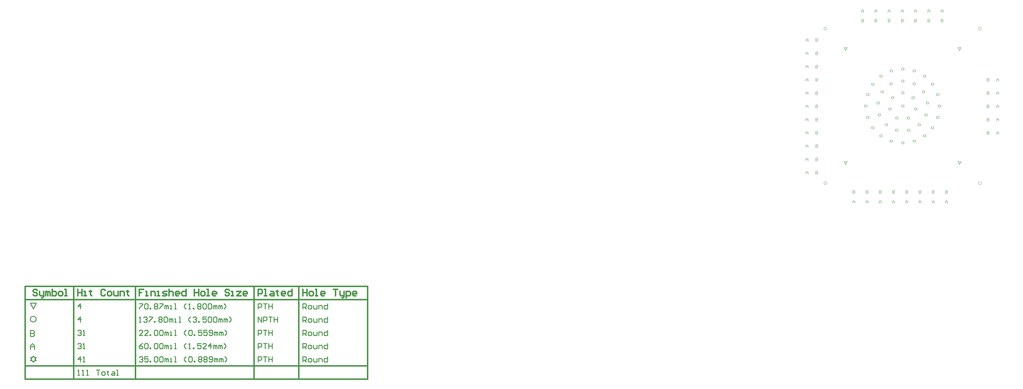
<source format=gbr>
G04 Layer_Color=2752767*
%FSLAX26Y26*%
%MOIN*%
%TF.FileFunction,Drawing*%
%TF.Part,Single*%
G01*
G75*
%TA.AperFunction,NonConductor*%
%ADD16C,0.010000*%
%ADD25C,0.015000*%
%ADD32C,0.016000*%
%ADD71C,0.003333*%
D16*
X-9816042Y-2414167D02*
G03*
X-9816042Y-2414167I-33333J0D01*
G01*
X-9849375Y-2297500D02*
X-9816042Y-2230833D01*
X-9882708D02*
X-9816042D01*
X-9882708D02*
X-9849375Y-2297500D01*
X-9866042Y-2880833D02*
X-9849375Y-2897500D01*
X-9882708Y-2880833D02*
X-9866042D01*
X-9882708D02*
X-9866042Y-2864167D01*
X-9882708Y-2847500D02*
X-9866042Y-2864167D01*
X-9882708Y-2847500D02*
X-9866042D01*
X-9849375Y-2830833D01*
X-9832708Y-2847500D01*
X-9816042D01*
X-9832708Y-2864167D02*
X-9816042Y-2847500D01*
X-9832708Y-2864167D02*
X-9816042Y-2880833D01*
X-9832708D02*
X-9816042D01*
X-9849375Y-2897500D02*
X-9832708Y-2880833D01*
X-6797331Y-2297500D02*
Y-2237519D01*
X-6767341D01*
X-6757344Y-2247516D01*
Y-2267510D01*
X-6767341Y-2277506D01*
X-6797331D01*
X-6777337D02*
X-6757344Y-2297500D01*
X-6727354D02*
X-6707360D01*
X-6697363Y-2287503D01*
Y-2267510D01*
X-6707360Y-2257513D01*
X-6727354D01*
X-6737350Y-2267510D01*
Y-2287503D01*
X-6727354Y-2297500D01*
X-6677370Y-2257513D02*
Y-2287503D01*
X-6667373Y-2297500D01*
X-6637383D01*
Y-2257513D01*
X-6617389Y-2297500D02*
Y-2257513D01*
X-6587399D01*
X-6577402Y-2267510D01*
Y-2297500D01*
X-6517421Y-2237519D02*
Y-2297500D01*
X-6547412D01*
X-6557408Y-2287503D01*
Y-2267510D01*
X-6547412Y-2257513D01*
X-6517421D01*
X-6797331Y-2447500D02*
Y-2387519D01*
X-6767341D01*
X-6757344Y-2397516D01*
Y-2417510D01*
X-6767341Y-2427506D01*
X-6797331D01*
X-6777337D02*
X-6757344Y-2447500D01*
X-6727354D02*
X-6707360D01*
X-6697363Y-2437503D01*
Y-2417510D01*
X-6707360Y-2407513D01*
X-6727354D01*
X-6737350Y-2417510D01*
Y-2437503D01*
X-6727354Y-2447500D01*
X-6677370Y-2407513D02*
Y-2437503D01*
X-6667373Y-2447500D01*
X-6637383D01*
Y-2407513D01*
X-6617389Y-2447500D02*
Y-2407513D01*
X-6587399D01*
X-6577402Y-2417510D01*
Y-2447500D01*
X-6517421Y-2387519D02*
Y-2447500D01*
X-6547412D01*
X-6557408Y-2437503D01*
Y-2417510D01*
X-6547412Y-2407513D01*
X-6517421D01*
X-6797331Y-2597500D02*
Y-2537519D01*
X-6767341D01*
X-6757344Y-2547516D01*
Y-2567510D01*
X-6767341Y-2577506D01*
X-6797331D01*
X-6777337D02*
X-6757344Y-2597500D01*
X-6727354D02*
X-6707360D01*
X-6697363Y-2587503D01*
Y-2567510D01*
X-6707360Y-2557513D01*
X-6727354D01*
X-6737350Y-2567510D01*
Y-2587503D01*
X-6727354Y-2597500D01*
X-6677370Y-2557513D02*
Y-2587503D01*
X-6667373Y-2597500D01*
X-6637383D01*
Y-2557513D01*
X-6617389Y-2597500D02*
Y-2557513D01*
X-6587399D01*
X-6577402Y-2567510D01*
Y-2597500D01*
X-6517421Y-2537519D02*
Y-2597500D01*
X-6547412D01*
X-6557408Y-2587503D01*
Y-2567510D01*
X-6547412Y-2557513D01*
X-6517421D01*
X-6797331Y-2747500D02*
Y-2687519D01*
X-6767341D01*
X-6757344Y-2697516D01*
Y-2717510D01*
X-6767341Y-2727506D01*
X-6797331D01*
X-6777337D02*
X-6757344Y-2747500D01*
X-6727354D02*
X-6707360D01*
X-6697363Y-2737503D01*
Y-2717510D01*
X-6707360Y-2707513D01*
X-6727354D01*
X-6737350Y-2717510D01*
Y-2737503D01*
X-6727354Y-2747500D01*
X-6677370Y-2707513D02*
Y-2737503D01*
X-6667373Y-2747500D01*
X-6637383D01*
Y-2707513D01*
X-6617389Y-2747500D02*
Y-2707513D01*
X-6587399D01*
X-6577402Y-2717510D01*
Y-2747500D01*
X-6517421Y-2687519D02*
Y-2747500D01*
X-6547412D01*
X-6557408Y-2737503D01*
Y-2717510D01*
X-6547412Y-2707513D01*
X-6517421D01*
X-6797331Y-2897500D02*
Y-2837519D01*
X-6767341D01*
X-6757344Y-2847516D01*
Y-2867510D01*
X-6767341Y-2877506D01*
X-6797331D01*
X-6777337D02*
X-6757344Y-2897500D01*
X-6727354D02*
X-6707360D01*
X-6697363Y-2887503D01*
Y-2867510D01*
X-6707360Y-2857513D01*
X-6727354D01*
X-6737350Y-2867510D01*
Y-2887503D01*
X-6727354Y-2897500D01*
X-6677370Y-2857513D02*
Y-2887503D01*
X-6667373Y-2897500D01*
X-6637383D01*
Y-2857513D01*
X-6617389Y-2897500D02*
Y-2857513D01*
X-6587399D01*
X-6577402Y-2867510D01*
Y-2897500D01*
X-6517421Y-2837519D02*
Y-2897500D01*
X-6547412D01*
X-6557408Y-2887503D01*
Y-2867510D01*
X-6547412Y-2857513D01*
X-6517421D01*
X-7303207Y-2297500D02*
Y-2237519D01*
X-7273216D01*
X-7263220Y-2247516D01*
Y-2267510D01*
X-7273216Y-2277506D01*
X-7303207D01*
X-7243226Y-2237519D02*
X-7203239D01*
X-7223233D01*
Y-2297500D01*
X-7183245Y-2237519D02*
Y-2297500D01*
Y-2267510D01*
X-7143258D01*
Y-2237519D01*
Y-2297500D01*
X-7303207Y-2447500D02*
Y-2387519D01*
X-7263220Y-2447500D01*
Y-2387519D01*
X-7243226Y-2447500D02*
Y-2387519D01*
X-7213236D01*
X-7203239Y-2397516D01*
Y-2417510D01*
X-7213236Y-2427506D01*
X-7243226D01*
X-7183245Y-2387519D02*
X-7143258D01*
X-7163252D01*
Y-2447500D01*
X-7123265Y-2387519D02*
Y-2447500D01*
Y-2417510D01*
X-7083278D01*
Y-2387519D01*
Y-2447500D01*
X-7303207Y-2597500D02*
Y-2537519D01*
X-7273216D01*
X-7263220Y-2547516D01*
Y-2567510D01*
X-7273216Y-2577506D01*
X-7303207D01*
X-7243226Y-2537519D02*
X-7203239D01*
X-7223233D01*
Y-2597500D01*
X-7183245Y-2537519D02*
Y-2597500D01*
Y-2567510D01*
X-7143258D01*
Y-2537519D01*
Y-2597500D01*
X-7303207Y-2747500D02*
Y-2687519D01*
X-7273216D01*
X-7263220Y-2697516D01*
Y-2717510D01*
X-7273216Y-2727506D01*
X-7303207D01*
X-7243226Y-2687519D02*
X-7203239D01*
X-7223233D01*
Y-2747500D01*
X-7183245Y-2687519D02*
Y-2747500D01*
Y-2717510D01*
X-7143258D01*
Y-2687519D01*
Y-2747500D01*
X-7303207Y-2897500D02*
Y-2837519D01*
X-7273216D01*
X-7263220Y-2847516D01*
Y-2867510D01*
X-7273216Y-2877506D01*
X-7303207D01*
X-7243226Y-2837519D02*
X-7203239D01*
X-7223233D01*
Y-2897500D01*
X-7183245Y-2837519D02*
Y-2897500D01*
Y-2867510D01*
X-7143258D01*
Y-2837519D01*
Y-2897500D01*
X-8648811Y-2237519D02*
X-8608824D01*
Y-2247516D01*
X-8648811Y-2287503D01*
Y-2297500D01*
X-8588830Y-2247516D02*
X-8578833Y-2237519D01*
X-8558840D01*
X-8548843Y-2247516D01*
Y-2287503D01*
X-8558840Y-2297500D01*
X-8578833D01*
X-8588830Y-2287503D01*
Y-2247516D01*
X-8528850Y-2297500D02*
Y-2287503D01*
X-8518853D01*
Y-2297500D01*
X-8528850D01*
X-8478866Y-2247516D02*
X-8468869Y-2237519D01*
X-8448875D01*
X-8438879Y-2247516D01*
Y-2257513D01*
X-8448875Y-2267510D01*
X-8438879Y-2277506D01*
Y-2287503D01*
X-8448875Y-2297500D01*
X-8468869D01*
X-8478866Y-2287503D01*
Y-2277506D01*
X-8468869Y-2267510D01*
X-8478866Y-2257513D01*
Y-2247516D01*
X-8468869Y-2267510D02*
X-8448875D01*
X-8418885Y-2237519D02*
X-8378898D01*
Y-2247516D01*
X-8418885Y-2287503D01*
Y-2297500D01*
X-8358905D02*
Y-2257513D01*
X-8348908D01*
X-8338911Y-2267510D01*
Y-2297500D01*
Y-2267510D01*
X-8328914Y-2257513D01*
X-8318917Y-2267510D01*
Y-2297500D01*
X-8298924D02*
X-8278930D01*
X-8288927D01*
Y-2257513D01*
X-8298924D01*
X-8248940Y-2297500D02*
X-8228947D01*
X-8238943D01*
Y-2237519D01*
X-8248940D01*
X-8118982Y-2297500D02*
X-8138976Y-2277506D01*
Y-2257513D01*
X-8118982Y-2237519D01*
X-8088992Y-2297500D02*
X-8068998D01*
X-8078995D01*
Y-2237519D01*
X-8088992Y-2247516D01*
X-8039008Y-2297500D02*
Y-2287503D01*
X-8029011D01*
Y-2297500D01*
X-8039008D01*
X-7989024Y-2247516D02*
X-7979028Y-2237519D01*
X-7959034D01*
X-7949037Y-2247516D01*
Y-2257513D01*
X-7959034Y-2267510D01*
X-7949037Y-2277506D01*
Y-2287503D01*
X-7959034Y-2297500D01*
X-7979028D01*
X-7989024Y-2287503D01*
Y-2277506D01*
X-7979028Y-2267510D01*
X-7989024Y-2257513D01*
Y-2247516D01*
X-7979028Y-2267510D02*
X-7959034D01*
X-7929044Y-2247516D02*
X-7919047Y-2237519D01*
X-7899053D01*
X-7889057Y-2247516D01*
Y-2287503D01*
X-7899053Y-2297500D01*
X-7919047D01*
X-7929044Y-2287503D01*
Y-2247516D01*
X-7869063D02*
X-7859066Y-2237519D01*
X-7839073D01*
X-7829076Y-2247516D01*
Y-2287503D01*
X-7839073Y-2297500D01*
X-7859066D01*
X-7869063Y-2287503D01*
Y-2247516D01*
X-7809083Y-2297500D02*
Y-2257513D01*
X-7799086D01*
X-7789089Y-2267510D01*
Y-2297500D01*
Y-2267510D01*
X-7779092Y-2257513D01*
X-7769095Y-2267510D01*
Y-2297500D01*
X-7749102D02*
Y-2257513D01*
X-7739105D01*
X-7729108Y-2267510D01*
Y-2297500D01*
Y-2267510D01*
X-7719112Y-2257513D01*
X-7709115Y-2267510D01*
Y-2297500D01*
X-7689121D02*
X-7669128Y-2277506D01*
Y-2257513D01*
X-7689121Y-2237519D01*
X-8648811Y-2447500D02*
X-8628817D01*
X-8638814D01*
Y-2387519D01*
X-8648811Y-2397516D01*
X-8598827D02*
X-8588830Y-2387519D01*
X-8568837D01*
X-8558840Y-2397516D01*
Y-2407513D01*
X-8568837Y-2417510D01*
X-8578833D01*
X-8568837D01*
X-8558840Y-2427506D01*
Y-2437503D01*
X-8568837Y-2447500D01*
X-8588830D01*
X-8598827Y-2437503D01*
X-8538846Y-2387519D02*
X-8498859D01*
Y-2397516D01*
X-8538846Y-2437503D01*
Y-2447500D01*
X-8478866D02*
Y-2437503D01*
X-8468869D01*
Y-2447500D01*
X-8478866D01*
X-8428882Y-2397516D02*
X-8418885Y-2387519D01*
X-8398892D01*
X-8388895Y-2397516D01*
Y-2407513D01*
X-8398892Y-2417510D01*
X-8388895Y-2427506D01*
Y-2437503D01*
X-8398892Y-2447500D01*
X-8418885D01*
X-8428882Y-2437503D01*
Y-2427506D01*
X-8418885Y-2417510D01*
X-8428882Y-2407513D01*
Y-2397516D01*
X-8418885Y-2417510D02*
X-8398892D01*
X-8368901Y-2397516D02*
X-8358905Y-2387519D01*
X-8338911D01*
X-8328914Y-2397516D01*
Y-2437503D01*
X-8338911Y-2447500D01*
X-8358905D01*
X-8368901Y-2437503D01*
Y-2397516D01*
X-8308921Y-2447500D02*
Y-2407513D01*
X-8298924D01*
X-8288927Y-2417510D01*
Y-2447500D01*
Y-2417510D01*
X-8278930Y-2407513D01*
X-8268934Y-2417510D01*
Y-2447500D01*
X-8248940D02*
X-8228947D01*
X-8238943D01*
Y-2407513D01*
X-8248940D01*
X-8198956Y-2447500D02*
X-8178963D01*
X-8188959D01*
Y-2387519D01*
X-8198956D01*
X-8068998Y-2447500D02*
X-8088992Y-2427506D01*
Y-2407513D01*
X-8068998Y-2387519D01*
X-8039008Y-2397516D02*
X-8029011Y-2387519D01*
X-8009018D01*
X-7999021Y-2397516D01*
Y-2407513D01*
X-8009018Y-2417510D01*
X-8019015D01*
X-8009018D01*
X-7999021Y-2427506D01*
Y-2437503D01*
X-8009018Y-2447500D01*
X-8029011D01*
X-8039008Y-2437503D01*
X-7979028Y-2447500D02*
Y-2437503D01*
X-7969031D01*
Y-2447500D01*
X-7979028D01*
X-7889057Y-2387519D02*
X-7929044D01*
Y-2417510D01*
X-7909050Y-2407513D01*
X-7899053D01*
X-7889057Y-2417510D01*
Y-2437503D01*
X-7899053Y-2447500D01*
X-7919047D01*
X-7929044Y-2437503D01*
X-7869063Y-2397516D02*
X-7859066Y-2387519D01*
X-7839073D01*
X-7829076Y-2397516D01*
Y-2437503D01*
X-7839073Y-2447500D01*
X-7859066D01*
X-7869063Y-2437503D01*
Y-2397516D01*
X-7809083D02*
X-7799086Y-2387519D01*
X-7779092D01*
X-7769095Y-2397516D01*
Y-2437503D01*
X-7779092Y-2447500D01*
X-7799086D01*
X-7809083Y-2437503D01*
Y-2397516D01*
X-7749102Y-2447500D02*
Y-2407513D01*
X-7739105D01*
X-7729108Y-2417510D01*
Y-2447500D01*
Y-2417510D01*
X-7719112Y-2407513D01*
X-7709115Y-2417510D01*
Y-2447500D01*
X-7689121D02*
Y-2407513D01*
X-7679124D01*
X-7669128Y-2417510D01*
Y-2447500D01*
Y-2417510D01*
X-7659131Y-2407513D01*
X-7649134Y-2417510D01*
Y-2447500D01*
X-7629141D02*
X-7609147Y-2427506D01*
Y-2407513D01*
X-7629141Y-2387519D01*
X-8608824Y-2597500D02*
X-8648811D01*
X-8608824Y-2557513D01*
Y-2547516D01*
X-8618820Y-2537519D01*
X-8638814D01*
X-8648811Y-2547516D01*
X-8548843Y-2597500D02*
X-8588830D01*
X-8548843Y-2557513D01*
Y-2547516D01*
X-8558840Y-2537519D01*
X-8578833D01*
X-8588830Y-2547516D01*
X-8528850Y-2597500D02*
Y-2587503D01*
X-8518853D01*
Y-2597500D01*
X-8528850D01*
X-8478866Y-2547516D02*
X-8468869Y-2537519D01*
X-8448875D01*
X-8438879Y-2547516D01*
Y-2587503D01*
X-8448875Y-2597500D01*
X-8468869D01*
X-8478866Y-2587503D01*
Y-2547516D01*
X-8418885D02*
X-8408888Y-2537519D01*
X-8388895D01*
X-8378898Y-2547516D01*
Y-2587503D01*
X-8388895Y-2597500D01*
X-8408888D01*
X-8418885Y-2587503D01*
Y-2547516D01*
X-8358905Y-2597500D02*
Y-2557513D01*
X-8348908D01*
X-8338911Y-2567510D01*
Y-2597500D01*
Y-2567510D01*
X-8328914Y-2557513D01*
X-8318917Y-2567510D01*
Y-2597500D01*
X-8298924D02*
X-8278930D01*
X-8288927D01*
Y-2557513D01*
X-8298924D01*
X-8248940Y-2597500D02*
X-8228947D01*
X-8238943D01*
Y-2537519D01*
X-8248940D01*
X-8118982Y-2597500D02*
X-8138976Y-2577506D01*
Y-2557513D01*
X-8118982Y-2537519D01*
X-8088992Y-2547516D02*
X-8078995Y-2537519D01*
X-8059002D01*
X-8049005Y-2547516D01*
Y-2587503D01*
X-8059002Y-2597500D01*
X-8078995D01*
X-8088992Y-2587503D01*
Y-2547516D01*
X-8029011Y-2597500D02*
Y-2587503D01*
X-8019015D01*
Y-2597500D01*
X-8029011D01*
X-7939040Y-2537519D02*
X-7979028D01*
Y-2567510D01*
X-7959034Y-2557513D01*
X-7949037D01*
X-7939040Y-2567510D01*
Y-2587503D01*
X-7949037Y-2597500D01*
X-7969031D01*
X-7979028Y-2587503D01*
X-7879060Y-2537519D02*
X-7919047D01*
Y-2567510D01*
X-7899053Y-2557513D01*
X-7889057D01*
X-7879060Y-2567510D01*
Y-2587503D01*
X-7889057Y-2597500D01*
X-7909050D01*
X-7919047Y-2587503D01*
X-7859066D02*
X-7849069Y-2597500D01*
X-7829076D01*
X-7819079Y-2587503D01*
Y-2547516D01*
X-7829076Y-2537519D01*
X-7849069D01*
X-7859066Y-2547516D01*
Y-2557513D01*
X-7849069Y-2567510D01*
X-7819079D01*
X-7799086Y-2597500D02*
Y-2557513D01*
X-7789089D01*
X-7779092Y-2567510D01*
Y-2597500D01*
Y-2567510D01*
X-7769095Y-2557513D01*
X-7759099Y-2567510D01*
Y-2597500D01*
X-7739105D02*
Y-2557513D01*
X-7729108D01*
X-7719112Y-2567510D01*
Y-2597500D01*
Y-2567510D01*
X-7709115Y-2557513D01*
X-7699118Y-2567510D01*
Y-2597500D01*
X-7679124D02*
X-7659131Y-2577506D01*
Y-2557513D01*
X-7679124Y-2537519D01*
X-8608824Y-2687519D02*
X-8628817Y-2697516D01*
X-8648811Y-2717510D01*
Y-2737503D01*
X-8638814Y-2747500D01*
X-8618820D01*
X-8608824Y-2737503D01*
Y-2727506D01*
X-8618820Y-2717510D01*
X-8648811D01*
X-8588830Y-2697516D02*
X-8578833Y-2687519D01*
X-8558840D01*
X-8548843Y-2697516D01*
Y-2737503D01*
X-8558840Y-2747500D01*
X-8578833D01*
X-8588830Y-2737503D01*
Y-2697516D01*
X-8528850Y-2747500D02*
Y-2737503D01*
X-8518853D01*
Y-2747500D01*
X-8528850D01*
X-8478866Y-2697516D02*
X-8468869Y-2687519D01*
X-8448875D01*
X-8438879Y-2697516D01*
Y-2737503D01*
X-8448875Y-2747500D01*
X-8468869D01*
X-8478866Y-2737503D01*
Y-2697516D01*
X-8418885D02*
X-8408888Y-2687519D01*
X-8388895D01*
X-8378898Y-2697516D01*
Y-2737503D01*
X-8388895Y-2747500D01*
X-8408888D01*
X-8418885Y-2737503D01*
Y-2697516D01*
X-8358905Y-2747500D02*
Y-2707513D01*
X-8348908D01*
X-8338911Y-2717510D01*
Y-2747500D01*
Y-2717510D01*
X-8328914Y-2707513D01*
X-8318917Y-2717510D01*
Y-2747500D01*
X-8298924D02*
X-8278930D01*
X-8288927D01*
Y-2707513D01*
X-8298924D01*
X-8248940Y-2747500D02*
X-8228947D01*
X-8238943D01*
Y-2687519D01*
X-8248940D01*
X-8118982Y-2747500D02*
X-8138976Y-2727506D01*
Y-2707513D01*
X-8118982Y-2687519D01*
X-8088992Y-2747500D02*
X-8068998D01*
X-8078995D01*
Y-2687519D01*
X-8088992Y-2697516D01*
X-8039008Y-2747500D02*
Y-2737503D01*
X-8029011D01*
Y-2747500D01*
X-8039008D01*
X-7949037Y-2687519D02*
X-7989024D01*
Y-2717510D01*
X-7969031Y-2707513D01*
X-7959034D01*
X-7949037Y-2717510D01*
Y-2737503D01*
X-7959034Y-2747500D01*
X-7979028D01*
X-7989024Y-2737503D01*
X-7889057Y-2747500D02*
X-7929044D01*
X-7889057Y-2707513D01*
Y-2697516D01*
X-7899053Y-2687519D01*
X-7919047D01*
X-7929044Y-2697516D01*
X-7839073Y-2747500D02*
Y-2687519D01*
X-7869063Y-2717510D01*
X-7829076D01*
X-7809083Y-2747500D02*
Y-2707513D01*
X-7799086D01*
X-7789089Y-2717510D01*
Y-2747500D01*
Y-2717510D01*
X-7779092Y-2707513D01*
X-7769095Y-2717510D01*
Y-2747500D01*
X-7749102D02*
Y-2707513D01*
X-7739105D01*
X-7729108Y-2717510D01*
Y-2747500D01*
Y-2717510D01*
X-7719112Y-2707513D01*
X-7709115Y-2717510D01*
Y-2747500D01*
X-7689121D02*
X-7669128Y-2727506D01*
Y-2707513D01*
X-7689121Y-2687519D01*
X-8648811Y-2847516D02*
X-8638814Y-2837519D01*
X-8618820D01*
X-8608824Y-2847516D01*
Y-2857513D01*
X-8618820Y-2867510D01*
X-8628817D01*
X-8618820D01*
X-8608824Y-2877506D01*
Y-2887503D01*
X-8618820Y-2897500D01*
X-8638814D01*
X-8648811Y-2887503D01*
X-8548843Y-2837519D02*
X-8588830D01*
Y-2867510D01*
X-8568837Y-2857513D01*
X-8558840D01*
X-8548843Y-2867510D01*
Y-2887503D01*
X-8558840Y-2897500D01*
X-8578833D01*
X-8588830Y-2887503D01*
X-8528850Y-2897500D02*
Y-2887503D01*
X-8518853D01*
Y-2897500D01*
X-8528850D01*
X-8478866Y-2847516D02*
X-8468869Y-2837519D01*
X-8448875D01*
X-8438879Y-2847516D01*
Y-2887503D01*
X-8448875Y-2897500D01*
X-8468869D01*
X-8478866Y-2887503D01*
Y-2847516D01*
X-8418885D02*
X-8408888Y-2837519D01*
X-8388895D01*
X-8378898Y-2847516D01*
Y-2887503D01*
X-8388895Y-2897500D01*
X-8408888D01*
X-8418885Y-2887503D01*
Y-2847516D01*
X-8358905Y-2897500D02*
Y-2857513D01*
X-8348908D01*
X-8338911Y-2867510D01*
Y-2897500D01*
Y-2867510D01*
X-8328914Y-2857513D01*
X-8318917Y-2867510D01*
Y-2897500D01*
X-8298924D02*
X-8278930D01*
X-8288927D01*
Y-2857513D01*
X-8298924D01*
X-8248940Y-2897500D02*
X-8228947D01*
X-8238943D01*
Y-2837519D01*
X-8248940D01*
X-8118982Y-2897500D02*
X-8138976Y-2877506D01*
Y-2857513D01*
X-8118982Y-2837519D01*
X-8088992Y-2847516D02*
X-8078995Y-2837519D01*
X-8059002D01*
X-8049005Y-2847516D01*
Y-2887503D01*
X-8059002Y-2897500D01*
X-8078995D01*
X-8088992Y-2887503D01*
Y-2847516D01*
X-8029011Y-2897500D02*
Y-2887503D01*
X-8019015D01*
Y-2897500D01*
X-8029011D01*
X-7979028Y-2847516D02*
X-7969031Y-2837519D01*
X-7949037D01*
X-7939040Y-2847516D01*
Y-2857513D01*
X-7949037Y-2867510D01*
X-7939040Y-2877506D01*
Y-2887503D01*
X-7949037Y-2897500D01*
X-7969031D01*
X-7979028Y-2887503D01*
Y-2877506D01*
X-7969031Y-2867510D01*
X-7979028Y-2857513D01*
Y-2847516D01*
X-7969031Y-2867510D02*
X-7949037D01*
X-7919047Y-2847516D02*
X-7909050Y-2837519D01*
X-7889057D01*
X-7879060Y-2847516D01*
Y-2857513D01*
X-7889057Y-2867510D01*
X-7879060Y-2877506D01*
Y-2887503D01*
X-7889057Y-2897500D01*
X-7909050D01*
X-7919047Y-2887503D01*
Y-2877506D01*
X-7909050Y-2867510D01*
X-7919047Y-2857513D01*
Y-2847516D01*
X-7909050Y-2867510D02*
X-7889057D01*
X-7859066Y-2887503D02*
X-7849069Y-2897500D01*
X-7829076D01*
X-7819079Y-2887503D01*
Y-2847516D01*
X-7829076Y-2837519D01*
X-7849069D01*
X-7859066Y-2847516D01*
Y-2857513D01*
X-7849069Y-2867510D01*
X-7819079D01*
X-7799086Y-2897500D02*
Y-2857513D01*
X-7789089D01*
X-7779092Y-2867510D01*
Y-2897500D01*
Y-2867510D01*
X-7769095Y-2857513D01*
X-7759099Y-2867510D01*
Y-2897500D01*
X-7739105D02*
Y-2857513D01*
X-7729108D01*
X-7719112Y-2867510D01*
Y-2897500D01*
Y-2867510D01*
X-7709115Y-2857513D01*
X-7699118Y-2867510D01*
Y-2897500D01*
X-7679124D02*
X-7659131Y-2877506D01*
Y-2857513D01*
X-7679124Y-2837519D01*
X-9346624Y-3047500D02*
X-9326631D01*
X-9336628D01*
Y-2987519D01*
X-9346624Y-2997516D01*
X-9296640Y-3047500D02*
X-9276647D01*
X-9286644D01*
Y-2987519D01*
X-9296640Y-2997516D01*
X-9246657Y-3047500D02*
X-9226663D01*
X-9236660D01*
Y-2987519D01*
X-9246657Y-2997516D01*
X-9136692Y-2987519D02*
X-9096705D01*
X-9116699D01*
Y-3047500D01*
X-9066715D02*
X-9046721D01*
X-9036725Y-3037503D01*
Y-3017510D01*
X-9046721Y-3007513D01*
X-9066715D01*
X-9076712Y-3017510D01*
Y-3037503D01*
X-9066715Y-3047500D01*
X-9006734Y-2997516D02*
Y-3007513D01*
X-9016731D01*
X-8996738D01*
X-9006734D01*
Y-3037503D01*
X-8996738Y-3047500D01*
X-8956751Y-3007513D02*
X-8936757D01*
X-8926760Y-3017510D01*
Y-3047500D01*
X-8956751D01*
X-8966747Y-3037503D01*
X-8956751Y-3027506D01*
X-8926760D01*
X-8906767Y-3047500D02*
X-8886773D01*
X-8896770D01*
Y-2987519D01*
X-8906767D01*
X-9316634Y-2297500D02*
Y-2237519D01*
X-9346624Y-2267510D01*
X-9306637D01*
X-9316634Y-2447500D02*
Y-2387519D01*
X-9346624Y-2417510D01*
X-9306637D01*
X-9346624Y-2547516D02*
X-9336628Y-2537519D01*
X-9316634D01*
X-9306637Y-2547516D01*
Y-2557513D01*
X-9316634Y-2567510D01*
X-9326631D01*
X-9316634D01*
X-9306637Y-2577506D01*
Y-2587503D01*
X-9316634Y-2597500D01*
X-9336628D01*
X-9346624Y-2587503D01*
X-9286644Y-2597500D02*
X-9266650D01*
X-9276647D01*
Y-2537519D01*
X-9286644Y-2547516D01*
X-9346624Y-2697516D02*
X-9336628Y-2687519D01*
X-9316634D01*
X-9306637Y-2697516D01*
Y-2707513D01*
X-9316634Y-2717510D01*
X-9326631D01*
X-9316634D01*
X-9306637Y-2727506D01*
Y-2737503D01*
X-9316634Y-2747500D01*
X-9336628D01*
X-9346624Y-2737503D01*
X-9286644Y-2747500D02*
X-9266650D01*
X-9276647D01*
Y-2687519D01*
X-9286644Y-2697516D01*
X-9316634Y-2897500D02*
Y-2837519D01*
X-9346624Y-2867510D01*
X-9306637D01*
X-9286644Y-2897500D02*
X-9266650D01*
X-9276647D01*
Y-2837519D01*
X-9286644Y-2847516D01*
X-9881590Y-2540844D02*
Y-2607489D01*
X-9848267D01*
X-9837160Y-2596382D01*
Y-2585274D01*
X-9848267Y-2574167D01*
X-9881590D01*
X-9848267D01*
X-9837160Y-2563059D01*
Y-2551952D01*
X-9848267Y-2540844D01*
X-9881590D01*
Y-2757489D02*
Y-2713059D01*
X-9859375Y-2690844D01*
X-9837160Y-2713059D01*
Y-2757489D01*
Y-2724167D01*
X-9881590D01*
D25*
X-9942500Y-2192500D02*
X-6063529D01*
X-9942500Y-2942500D02*
X-6063529D01*
X-9942500Y-3092500D02*
X-6063529D01*
Y-2042500D01*
X-9942500D02*
X-6063529D01*
X-9942500Y-3092500D02*
Y-2042500D01*
X-6842331Y-3092500D02*
Y-2042500D01*
X-7348207Y-3092500D02*
Y-2042500D01*
X-8693811Y-3092500D02*
Y-2042500D01*
X-9391624Y-3092500D02*
Y-2042500D01*
D32*
X-6797331Y-2075523D02*
Y-2147500D01*
Y-2111512D01*
X-6749346D01*
Y-2075523D01*
Y-2147500D01*
X-6713358D02*
X-6689366D01*
X-6677370Y-2135504D01*
Y-2111512D01*
X-6689366Y-2099515D01*
X-6713358D01*
X-6725354Y-2111512D01*
Y-2135504D01*
X-6713358Y-2147500D01*
X-6653377D02*
X-6629385D01*
X-6641381D01*
Y-2075523D01*
X-6653377D01*
X-6557408Y-2147500D02*
X-6581401D01*
X-6593397Y-2135504D01*
Y-2111512D01*
X-6581401Y-2099515D01*
X-6557408D01*
X-6545412Y-2111512D01*
Y-2123508D01*
X-6593397D01*
X-6449444Y-2075523D02*
X-6401459D01*
X-6425451D01*
Y-2147500D01*
X-6377467Y-2099515D02*
Y-2135504D01*
X-6365471Y-2147500D01*
X-6329482D01*
Y-2159496D01*
X-6341478Y-2171492D01*
X-6353475D01*
X-6329482Y-2147500D02*
Y-2099515D01*
X-6305490Y-2171492D02*
Y-2099515D01*
X-6269502D01*
X-6257506Y-2111512D01*
Y-2135504D01*
X-6269502Y-2147500D01*
X-6305490D01*
X-6197525D02*
X-6221517D01*
X-6233513Y-2135504D01*
Y-2111512D01*
X-6221517Y-2099515D01*
X-6197525D01*
X-6185529Y-2111512D01*
Y-2123508D01*
X-6233513D01*
X-7303207Y-2147500D02*
Y-2075523D01*
X-7267218D01*
X-7255222Y-2087519D01*
Y-2111512D01*
X-7267218Y-2123508D01*
X-7303207D01*
X-7231230Y-2147500D02*
X-7207238D01*
X-7219234D01*
Y-2075523D01*
X-7231230D01*
X-7159253Y-2099515D02*
X-7135261D01*
X-7123265Y-2111512D01*
Y-2147500D01*
X-7159253D01*
X-7171249Y-2135504D01*
X-7159253Y-2123508D01*
X-7123265D01*
X-7087277Y-2087519D02*
Y-2099515D01*
X-7099273D01*
X-7075280D01*
X-7087277D01*
Y-2135504D01*
X-7075280Y-2147500D01*
X-7003304D02*
X-7027296D01*
X-7039292Y-2135504D01*
Y-2111512D01*
X-7027296Y-2099515D01*
X-7003304D01*
X-6991308Y-2111512D01*
Y-2123508D01*
X-7039292D01*
X-6919331Y-2075523D02*
Y-2147500D01*
X-6955319D01*
X-6967315Y-2135504D01*
Y-2111512D01*
X-6955319Y-2099515D01*
X-6919331D01*
X-8600826Y-2075523D02*
X-8648811D01*
Y-2111512D01*
X-8624818D01*
X-8648811D01*
Y-2147500D01*
X-8576834D02*
X-8552842D01*
X-8564838D01*
Y-2099515D01*
X-8576834D01*
X-8516853Y-2147500D02*
Y-2099515D01*
X-8480865D01*
X-8468869Y-2111512D01*
Y-2147500D01*
X-8444877D02*
X-8420885D01*
X-8432881D01*
Y-2099515D01*
X-8444877D01*
X-8384896Y-2147500D02*
X-8348908D01*
X-8336912Y-2135504D01*
X-8348908Y-2123508D01*
X-8372900D01*
X-8384896Y-2111512D01*
X-8372900Y-2099515D01*
X-8336912D01*
X-8312919Y-2075523D02*
Y-2147500D01*
Y-2111512D01*
X-8300923Y-2099515D01*
X-8276931D01*
X-8264935Y-2111512D01*
Y-2147500D01*
X-8204954D02*
X-8228947D01*
X-8240943Y-2135504D01*
Y-2111512D01*
X-8228947Y-2099515D01*
X-8204954D01*
X-8192958Y-2111512D01*
Y-2123508D01*
X-8240943D01*
X-8120981Y-2075523D02*
Y-2147500D01*
X-8156970D01*
X-8168966Y-2135504D01*
Y-2111512D01*
X-8156970Y-2099515D01*
X-8120981D01*
X-8025013Y-2075523D02*
Y-2147500D01*
Y-2111512D01*
X-7977028D01*
Y-2075523D01*
Y-2147500D01*
X-7941040D02*
X-7917047D01*
X-7905051Y-2135504D01*
Y-2111512D01*
X-7917047Y-2099515D01*
X-7941040D01*
X-7953036Y-2111512D01*
Y-2135504D01*
X-7941040Y-2147500D01*
X-7881059D02*
X-7857067D01*
X-7869063D01*
Y-2075523D01*
X-7881059D01*
X-7785090Y-2147500D02*
X-7809083D01*
X-7821079Y-2135504D01*
Y-2111512D01*
X-7809083Y-2099515D01*
X-7785090D01*
X-7773094Y-2111512D01*
Y-2123508D01*
X-7821079D01*
X-7629141Y-2087519D02*
X-7641137Y-2075523D01*
X-7665129D01*
X-7677125Y-2087519D01*
Y-2099515D01*
X-7665129Y-2111512D01*
X-7641137D01*
X-7629141Y-2123508D01*
Y-2135504D01*
X-7641137Y-2147500D01*
X-7665129D01*
X-7677125Y-2135504D01*
X-7605149Y-2147500D02*
X-7581156D01*
X-7593152D01*
Y-2099515D01*
X-7605149D01*
X-7545168D02*
X-7497183D01*
X-7545168Y-2147500D01*
X-7497183D01*
X-7437203D02*
X-7461195D01*
X-7473191Y-2135504D01*
Y-2111512D01*
X-7461195Y-2099515D01*
X-7437203D01*
X-7425207Y-2111512D01*
Y-2123508D01*
X-7473191D01*
X-9346624Y-2075523D02*
Y-2147500D01*
Y-2111512D01*
X-9298640D01*
Y-2075523D01*
Y-2147500D01*
X-9274648D02*
X-9250655D01*
X-9262651D01*
Y-2099515D01*
X-9274648D01*
X-9202671Y-2087519D02*
Y-2099515D01*
X-9214667D01*
X-9190675D01*
X-9202671D01*
Y-2135504D01*
X-9190675Y-2147500D01*
X-9034725Y-2087519D02*
X-9046721Y-2075523D01*
X-9070714D01*
X-9082710Y-2087519D01*
Y-2135504D01*
X-9070714Y-2147500D01*
X-9046721D01*
X-9034725Y-2135504D01*
X-8998737Y-2147500D02*
X-8974745D01*
X-8962748Y-2135504D01*
Y-2111512D01*
X-8974745Y-2099515D01*
X-8998737D01*
X-9010733Y-2111512D01*
Y-2135504D01*
X-8998737Y-2147500D01*
X-8938756Y-2099515D02*
Y-2135504D01*
X-8926760Y-2147500D01*
X-8890772D01*
Y-2099515D01*
X-8866780Y-2147500D02*
Y-2099515D01*
X-8830791D01*
X-8818795Y-2111512D01*
Y-2147500D01*
X-8782807Y-2087519D02*
Y-2099515D01*
X-8794803D01*
X-8770811D01*
X-8782807D01*
Y-2135504D01*
X-8770811Y-2147500D01*
X-9804515Y-2087519D02*
X-9816512Y-2075523D01*
X-9840504D01*
X-9852500Y-2087519D01*
Y-2099515D01*
X-9840504Y-2111512D01*
X-9816512D01*
X-9804515Y-2123508D01*
Y-2135504D01*
X-9816512Y-2147500D01*
X-9840504D01*
X-9852500Y-2135504D01*
X-9780523Y-2099515D02*
Y-2135504D01*
X-9768527Y-2147500D01*
X-9732539D01*
Y-2159496D01*
X-9744535Y-2171492D01*
X-9756531D01*
X-9732539Y-2147500D02*
Y-2099515D01*
X-9708547Y-2147500D02*
Y-2099515D01*
X-9696550D01*
X-9684554Y-2111512D01*
Y-2147500D01*
Y-2111512D01*
X-9672558Y-2099515D01*
X-9660562Y-2111512D01*
Y-2147500D01*
X-9636570Y-2075523D02*
Y-2147500D01*
X-9600582D01*
X-9588585Y-2135504D01*
Y-2123508D01*
Y-2111512D01*
X-9600582Y-2099515D01*
X-9636570D01*
X-9552597Y-2147500D02*
X-9528605D01*
X-9516609Y-2135504D01*
Y-2111512D01*
X-9528605Y-2099515D01*
X-9552597D01*
X-9564593Y-2111512D01*
Y-2135504D01*
X-9552597Y-2147500D01*
X-9492617D02*
X-9468624D01*
X-9480620D01*
Y-2075523D01*
X-9492617D01*
D71*
X891667Y875000D02*
G03*
X891667Y875000I-16667J0D01*
G01*
X-858333Y-875000D02*
G03*
X-858333Y-875000I-16667J0D01*
G01*
X891667D02*
G03*
X891667Y-875000I-16667J0D01*
G01*
X-858333Y875000D02*
G03*
X-858333Y875000I-16667J0D01*
G01*
X120836Y389208D02*
X129169Y380875D01*
X112502Y389208D02*
X120836D01*
X112502D02*
X120836Y397542D01*
X112502Y405875D02*
X120836Y397542D01*
X112502Y405875D02*
X120836D01*
X129169Y414208D01*
X137502Y405875D01*
X145836D01*
X137502Y397542D02*
X145836Y405875D01*
X137502Y397542D02*
X145836Y389208D01*
X137502D02*
X145836D01*
X129169Y380875D02*
X137502Y389208D01*
X237361Y329836D02*
X245694Y321502D01*
X229028Y329836D02*
X237361D01*
X229028D02*
X237361Y338169D01*
X229028Y346502D02*
X237361Y338169D01*
X229028Y346502D02*
X237361D01*
X245694Y354836D01*
X254028Y346502D01*
X262361D01*
X254028Y338169D02*
X262361Y346502D01*
X254028Y338169D02*
X262361Y329836D01*
X254028D02*
X262361D01*
X245694Y321502D02*
X254028Y329836D01*
X329836Y237361D02*
X338169Y229028D01*
X321502Y237361D02*
X329836D01*
X321502D02*
X329836Y245694D01*
X321502Y254028D02*
X329836Y245694D01*
X321502Y254028D02*
X329836D01*
X338169Y262361D01*
X346502Y254028D01*
X354836D01*
X346502Y245694D02*
X354836Y254028D01*
X346502Y245694D02*
X354836Y237361D01*
X346502D02*
X354836D01*
X338169Y229028D02*
X346502Y237361D01*
X389208Y120836D02*
X397542Y112502D01*
X380875Y120836D02*
X389208D01*
X380875D02*
X389208Y129169D01*
X380875Y137502D02*
X389208Y129169D01*
X380875Y137502D02*
X389208D01*
X397542Y145836D01*
X405875Y137502D01*
X414208D01*
X405875Y129169D02*
X414208Y137502D01*
X405875Y129169D02*
X414208Y120836D01*
X405875D02*
X414208D01*
X397542Y112502D02*
X405875Y120836D01*
X409667Y-8333D02*
X418000Y-16667D01*
X401333Y-8333D02*
X409667D01*
X401333D02*
X409667Y0D01*
X401333Y8333D02*
X409667Y0D01*
X401333Y8333D02*
X409667D01*
X418000Y16667D01*
X426333Y8333D01*
X434667D01*
X426333Y0D02*
X434667Y8333D01*
X426333Y0D02*
X434667Y-8333D01*
X426333D02*
X434667D01*
X418000Y-16667D02*
X426333Y-8333D01*
X389208Y-137502D02*
X397542Y-145836D01*
X380875Y-137502D02*
X389208D01*
X380875D02*
X389208Y-129169D01*
X380875Y-120836D02*
X389208Y-129169D01*
X380875Y-120836D02*
X389208D01*
X397542Y-112502D01*
X405875Y-120836D01*
X414208D01*
X405875Y-129169D02*
X414208Y-120836D01*
X405875Y-129169D02*
X414208Y-137502D01*
X405875D02*
X414208D01*
X397542Y-145836D02*
X405875Y-137502D01*
X329836Y-254028D02*
X338169Y-262361D01*
X321502Y-254028D02*
X329836D01*
X321502D02*
X329836Y-245694D01*
X321502Y-237361D02*
X329836Y-245694D01*
X321502Y-237361D02*
X329836D01*
X338169Y-229028D01*
X346502Y-237361D01*
X354836D01*
X346502Y-245694D02*
X354836Y-237361D01*
X346502Y-245694D02*
X354836Y-254028D01*
X346502D02*
X354836D01*
X338169Y-262361D02*
X346502Y-254028D01*
X237361Y-346502D02*
X245694Y-354836D01*
X229028Y-346502D02*
X237361D01*
X229028D02*
X237361Y-338169D01*
X229028Y-329836D02*
X237361Y-338169D01*
X229028Y-329836D02*
X237361D01*
X245694Y-321502D01*
X254028Y-329836D01*
X262361D01*
X254028Y-338169D02*
X262361Y-329836D01*
X254028Y-338169D02*
X262361Y-346502D01*
X254028D02*
X262361D01*
X245694Y-354836D02*
X254028Y-346502D01*
X120836Y-405875D02*
X129169Y-414208D01*
X112502Y-405875D02*
X120836D01*
X112502D02*
X120836Y-397542D01*
X112502Y-389208D02*
X120836Y-397542D01*
X112502Y-389208D02*
X120836D01*
X129169Y-380875D01*
X137502Y-389208D01*
X145836D01*
X137502Y-397542D02*
X145836Y-389208D01*
X137502Y-397542D02*
X145836Y-405875D01*
X137502D02*
X145836D01*
X129169Y-414208D02*
X137502Y-405875D01*
X-8333Y-426333D02*
X0Y-434667D01*
X-16667Y-426333D02*
X-8333D01*
X-16667D02*
X-8333Y-418000D01*
X-16667Y-409667D02*
X-8333Y-418000D01*
X-16667Y-409667D02*
X-8333D01*
X0Y-401333D01*
X8333Y-409667D01*
X16667D01*
X8333Y-418000D02*
X16667Y-409667D01*
X8333Y-418000D02*
X16667Y-426333D01*
X8333D02*
X16667D01*
X0Y-434667D02*
X8333Y-426333D01*
X-137502Y-405875D02*
X-129169Y-414208D01*
X-145836Y-405875D02*
X-137502D01*
X-145836D02*
X-137502Y-397542D01*
X-145836Y-389208D02*
X-137502Y-397542D01*
X-145836Y-389208D02*
X-137502D01*
X-129169Y-380875D01*
X-120836Y-389208D01*
X-112502D01*
X-120836Y-397542D02*
X-112502Y-389208D01*
X-120836Y-397542D02*
X-112502Y-405875D01*
X-120836D02*
X-112502D01*
X-129169Y-414208D02*
X-120836Y-405875D01*
X-254028Y-346502D02*
X-245694Y-354836D01*
X-262361Y-346502D02*
X-254028D01*
X-262361D02*
X-254028Y-338169D01*
X-262361Y-329836D02*
X-254028Y-338169D01*
X-262361Y-329836D02*
X-254028D01*
X-245694Y-321502D01*
X-237361Y-329836D01*
X-229028D01*
X-237361Y-338169D02*
X-229028Y-329836D01*
X-237361Y-338169D02*
X-229028Y-346502D01*
X-237361D02*
X-229028D01*
X-245694Y-354836D02*
X-237361Y-346502D01*
X-346502Y-254028D02*
X-338169Y-262361D01*
X-354836Y-254028D02*
X-346502D01*
X-354836D02*
X-346502Y-245694D01*
X-354836Y-237361D02*
X-346502Y-245694D01*
X-354836Y-237361D02*
X-346502D01*
X-338169Y-229028D01*
X-329836Y-237361D01*
X-321502D01*
X-329836Y-245694D02*
X-321502Y-237361D01*
X-329836Y-245694D02*
X-321502Y-254028D01*
X-329836D02*
X-321502D01*
X-338169Y-262361D02*
X-329836Y-254028D01*
X-405875Y-137502D02*
X-397542Y-145836D01*
X-414208Y-137502D02*
X-405875D01*
X-414208D02*
X-405875Y-129169D01*
X-414208Y-120836D02*
X-405875Y-129169D01*
X-414208Y-120836D02*
X-405875D01*
X-397542Y-112502D01*
X-389208Y-120836D01*
X-380875D01*
X-389208Y-129169D02*
X-380875Y-120836D01*
X-389208Y-129169D02*
X-380875Y-137502D01*
X-389208D02*
X-380875D01*
X-397542Y-145836D02*
X-389208Y-137502D01*
X-426333Y-8333D02*
X-418000Y-16667D01*
X-434667Y-8333D02*
X-426333D01*
X-434667D02*
X-426333Y0D01*
X-434667Y8333D02*
X-426333Y0D01*
X-434667Y8333D02*
X-426333D01*
X-418000Y16667D01*
X-409667Y8333D01*
X-401333D01*
X-409667Y0D02*
X-401333Y8333D01*
X-409667Y0D02*
X-401333Y-8333D01*
X-409667D02*
X-401333D01*
X-418000Y-16667D02*
X-409667Y-8333D01*
X-405875Y120836D02*
X-397542Y112502D01*
X-414208Y120836D02*
X-405875D01*
X-414208D02*
X-405875Y129169D01*
X-414208Y137502D02*
X-405875Y129169D01*
X-414208Y137502D02*
X-405875D01*
X-397542Y145836D01*
X-389208Y137502D01*
X-380875D01*
X-389208Y129169D02*
X-380875Y137502D01*
X-389208Y129169D02*
X-380875Y120836D01*
X-389208D02*
X-380875D01*
X-397542Y112502D02*
X-389208Y120836D01*
X-346502Y237361D02*
X-338169Y229028D01*
X-354836Y237361D02*
X-346502D01*
X-354836D02*
X-346502Y245694D01*
X-354836Y254028D02*
X-346502Y245694D01*
X-354836Y254028D02*
X-346502D01*
X-338169Y262361D01*
X-329836Y254028D01*
X-321502D01*
X-329836Y245694D02*
X-321502Y254028D01*
X-329836Y245694D02*
X-321502Y237361D01*
X-329836D02*
X-321502D01*
X-338169Y229028D02*
X-329836Y237361D01*
X-254028Y329836D02*
X-245694Y321502D01*
X-262361Y329836D02*
X-254028D01*
X-262361D02*
X-254028Y338169D01*
X-262361Y346502D02*
X-254028Y338169D01*
X-262361Y346502D02*
X-254028D01*
X-245694Y354836D01*
X-237361Y346502D01*
X-229028D01*
X-237361Y338169D02*
X-229028Y346502D01*
X-237361Y338169D02*
X-229028Y329836D01*
X-237361D02*
X-229028D01*
X-245694Y321502D02*
X-237361Y329836D01*
X-137502Y389208D02*
X-129169Y380875D01*
X-145836Y389208D02*
X-137502D01*
X-145836D02*
X-137502Y397542D01*
X-145836Y405875D02*
X-137502Y397542D01*
X-145836Y405875D02*
X-137502D01*
X-129169Y414208D01*
X-120836Y405875D01*
X-112502D01*
X-120836Y397542D02*
X-112502Y405875D01*
X-120836Y397542D02*
X-112502Y389208D01*
X-120836D02*
X-112502D01*
X-129169Y380875D02*
X-120836Y389208D01*
X-8333Y409667D02*
X0Y401333D01*
X-16667Y409667D02*
X-8333D01*
X-16667D02*
X-8333Y418000D01*
X-16667Y426333D02*
X-8333Y418000D01*
X-16667Y426333D02*
X-8333D01*
X0Y434667D01*
X8333Y426333D01*
X16667D01*
X8333Y418000D02*
X16667Y426333D01*
X8333Y418000D02*
X16667Y409667D01*
X8333D02*
X16667D01*
X0Y401333D02*
X8333Y409667D01*
X123200Y242242D02*
X131533Y233909D01*
X114866Y242242D02*
X123200D01*
X114866D02*
X123200Y250576D01*
X114866Y258909D02*
X123200Y250576D01*
X114866Y258909D02*
X123200D01*
X131533Y267242D01*
X139866Y258909D01*
X148199D01*
X139866Y250576D02*
X148199Y258909D01*
X139866Y250576D02*
X148199Y242242D01*
X139866D02*
X148199D01*
X131533Y233909D02*
X139866Y242242D01*
X224581Y152415D02*
X232914Y144082D01*
X216247Y152415D02*
X224581D01*
X216247D02*
X224581Y160749D01*
X216247Y169082D02*
X224581Y160749D01*
X216247Y169082D02*
X224581D01*
X232914Y177415D01*
X241247Y169082D01*
X249581D01*
X241247Y160749D02*
X249581Y169082D01*
X241247Y160749D02*
X249581Y152415D01*
X241247D02*
X249581D01*
X232914Y144082D02*
X241247Y152415D01*
X272605Y25764D02*
X280938Y17430D01*
X264272Y25764D02*
X272605D01*
X264272D02*
X272605Y34097D01*
X264272Y42430D02*
X272605Y34097D01*
X264272Y42430D02*
X272605D01*
X280938Y50763D01*
X289272Y42430D01*
X297605D01*
X289272Y34097D02*
X297605Y42430D01*
X289272Y34097D02*
X297605Y25764D01*
X289272D02*
X297605D01*
X280938Y17430D02*
X289272Y25764D01*
X256271Y-108699D02*
X264605Y-117033D01*
X247938Y-108699D02*
X256271D01*
X247938D02*
X256271Y-100366D01*
X247938Y-92033D02*
X256271Y-100366D01*
X247938Y-92033D02*
X256271D01*
X264605Y-83699D01*
X272938Y-92033D01*
X281271D01*
X272938Y-100366D02*
X281271Y-92033D01*
X272938Y-100366D02*
X281271Y-108699D01*
X272938D02*
X281271D01*
X264605Y-117033D02*
X272938Y-108699D01*
X179321Y-220170D02*
X187655Y-228503D01*
X170988Y-220170D02*
X179321D01*
X170988D02*
X179321Y-211837D01*
X170988Y-203503D02*
X179321Y-211837D01*
X170988Y-203503D02*
X179321D01*
X187655Y-195170D01*
X195988Y-203503D01*
X204321D01*
X195988Y-211837D02*
X204321Y-203503D01*
X195988Y-211837D02*
X204321Y-220170D01*
X195988D02*
X204321D01*
X187655Y-228503D02*
X195988Y-220170D01*
X59383Y-283112D02*
X67716Y-291446D01*
X51049Y-283112D02*
X59383D01*
X51049D02*
X59383Y-274779D01*
X51049Y-266446D02*
X59383Y-274779D01*
X51049Y-266446D02*
X59383D01*
X67716Y-258113D01*
X76049Y-266446D01*
X84383D01*
X76049Y-274779D02*
X84383Y-266446D01*
X76049Y-274779D02*
X84383Y-283112D01*
X76049D02*
X84383D01*
X67716Y-291446D02*
X76049Y-283112D01*
X-76069Y-283108D02*
X-67735Y-291441D01*
X-84402Y-283108D02*
X-76069D01*
X-84402D02*
X-76069Y-274774D01*
X-84402Y-266441D02*
X-76069Y-274774D01*
X-84402Y-266441D02*
X-76069D01*
X-67735Y-258108D01*
X-59402Y-266441D01*
X-51069D01*
X-59402Y-274774D02*
X-51069Y-266441D01*
X-59402Y-274774D02*
X-51069Y-283108D01*
X-59402D02*
X-51069D01*
X-67735Y-291441D02*
X-59402Y-283108D01*
X-196003Y-220157D02*
X-187669Y-228490D01*
X-204336Y-220157D02*
X-196003D01*
X-204336D02*
X-196003Y-211823D01*
X-204336Y-203490D02*
X-196003Y-211823D01*
X-204336Y-203490D02*
X-196003D01*
X-187669Y-195157D01*
X-179336Y-203490D01*
X-171003D01*
X-179336Y-211823D02*
X-171003Y-203490D01*
X-179336Y-211823D02*
X-171003Y-220157D01*
X-179336D02*
X-171003D01*
X-187669Y-228490D02*
X-179336Y-220157D01*
X-272945Y-108681D02*
X-264612Y-117014D01*
X-281278Y-108681D02*
X-272945D01*
X-281278D02*
X-272945Y-100347D01*
X-281278Y-92014D02*
X-272945Y-100347D01*
X-281278Y-92014D02*
X-272945D01*
X-264612Y-83681D01*
X-256279Y-92014D01*
X-247945D01*
X-256279Y-100347D02*
X-247945Y-92014D01*
X-256279Y-100347D02*
X-247945Y-108681D01*
X-256279D02*
X-247945D01*
X-264612Y-117014D02*
X-256279Y-108681D01*
X-289269Y25783D02*
X-280936Y17450D01*
X-297603Y25783D02*
X-289269D01*
X-297603D02*
X-289269Y34116D01*
X-297603Y42450D02*
X-289269Y34116D01*
X-297603Y42450D02*
X-289269D01*
X-280936Y50783D01*
X-272603Y42450D01*
X-264269D01*
X-272603Y34116D02*
X-264269Y42450D01*
X-272603Y34116D02*
X-264269Y25783D01*
X-272603D02*
X-264269D01*
X-280936Y17450D02*
X-272603Y25783D01*
X-241236Y152431D02*
X-232903Y144098D01*
X-249569Y152431D02*
X-241236D01*
X-249569D02*
X-241236Y160765D01*
X-249569Y169098D02*
X-241236Y160765D01*
X-249569Y169098D02*
X-241236D01*
X-232903Y177431D01*
X-224569Y169098D01*
X-216236D01*
X-224569Y160765D02*
X-216236Y169098D01*
X-224569Y160765D02*
X-216236Y152431D01*
X-224569D02*
X-216236D01*
X-232903Y144098D02*
X-224569Y152431D01*
X-139849Y242251D02*
X-131515Y233918D01*
X-148182Y242251D02*
X-139849D01*
X-148182D02*
X-139849Y250585D01*
X-148182Y258918D02*
X-139849Y250585D01*
X-148182Y258918D02*
X-139849D01*
X-131515Y267251D01*
X-123182Y258918D01*
X-114849D01*
X-123182Y250585D02*
X-114849Y258918D01*
X-123182Y250585D02*
X-114849Y242251D01*
X-123182D02*
X-114849D01*
X-131515Y233918D02*
X-123182Y242251D01*
X-8333Y274667D02*
X0Y266333D01*
X-16667Y274667D02*
X-8333D01*
X-16667D02*
X-8333Y283000D01*
X-16667Y291333D02*
X-8333Y283000D01*
X-16667Y291333D02*
X-8333D01*
X0Y299667D01*
X8333Y291333D01*
X16667D01*
X8333Y283000D02*
X16667Y291333D01*
X8333Y283000D02*
X16667Y274667D01*
X8333D02*
X16667D01*
X0Y266333D02*
X8333Y274667D01*
X108947Y85183D02*
X117280Y76850D01*
X100614Y85183D02*
X108947D01*
X100614D02*
X108947Y93516D01*
X100614Y101850D02*
X108947Y93516D01*
X100614Y101850D02*
X108947D01*
X117280Y110183D01*
X125614Y101850D01*
X133947D01*
X125614Y93516D02*
X133947Y101850D01*
X125614Y93516D02*
X133947Y85183D01*
X125614D02*
X133947D01*
X117280Y76850D02*
X125614Y85183D01*
X137904Y-41719D02*
X146238Y-50052D01*
X129571Y-41719D02*
X137904D01*
X129571D02*
X137904Y-33385D01*
X129571Y-25052D02*
X137904Y-33385D01*
X129571Y-25052D02*
X137904D01*
X146238Y-16719D01*
X154571Y-25052D01*
X162904D01*
X154571Y-33385D02*
X162904Y-25052D01*
X154571Y-33385D02*
X162904Y-41719D01*
X154571D02*
X162904D01*
X146238Y-50052D02*
X154571Y-41719D01*
X56744Y-143481D02*
X65077Y-151815D01*
X48411Y-143481D02*
X56744D01*
X48411D02*
X56744Y-135148D01*
X48411Y-126815D02*
X56744Y-135148D01*
X48411Y-126815D02*
X56744D01*
X65077Y-118481D01*
X73410Y-126815D01*
X81744D01*
X73410Y-135148D02*
X81744Y-126815D01*
X73410Y-135148D02*
X81744Y-143481D01*
X73410D02*
X81744D01*
X65077Y-151815D02*
X73410Y-143481D01*
X-73420Y-143477D02*
X-65087Y-151810D01*
X-81753Y-143477D02*
X-73420D01*
X-81753D02*
X-73420Y-135143D01*
X-81753Y-126810D02*
X-73420Y-135143D01*
X-81753Y-126810D02*
X-73420D01*
X-65087Y-118477D01*
X-56753Y-126810D01*
X-48420D01*
X-56753Y-135143D02*
X-48420Y-126810D01*
X-56753Y-135143D02*
X-48420Y-143477D01*
X-56753D02*
X-48420D01*
X-65087Y-151810D02*
X-56753Y-143477D01*
X-154573Y-41709D02*
X-146240Y-50042D01*
X-162906Y-41709D02*
X-154573D01*
X-162906D02*
X-154573Y-33375D01*
X-162906Y-25042D02*
X-154573Y-33375D01*
X-162906Y-25042D02*
X-154573D01*
X-146240Y-16709D01*
X-137907Y-25042D01*
X-129573D01*
X-137907Y-33375D02*
X-129573Y-25042D01*
X-137907Y-33375D02*
X-129573Y-41709D01*
X-137907D02*
X-129573D01*
X-146240Y-50042D02*
X-137907Y-41709D01*
X-125607Y85191D02*
X-117274Y76858D01*
X-133940Y85191D02*
X-125607D01*
X-133940D02*
X-125607Y93525D01*
X-133940Y101858D02*
X-125607Y93525D01*
X-133940Y101858D02*
X-125607D01*
X-117274Y110191D01*
X-108941Y101858D01*
X-100607D01*
X-108941Y93525D02*
X-100607Y101858D01*
X-108941Y93525D02*
X-100607Y85191D01*
X-108941D02*
X-100607D01*
X-117274Y76858D02*
X-108941Y85191D01*
X-8333Y141667D02*
X0Y133333D01*
X-16667Y141667D02*
X-8333D01*
X-16667D02*
X-8333Y150000D01*
X-16667Y158333D02*
X-8333Y150000D01*
X-16667Y158333D02*
X-8333D01*
X0Y166667D01*
X8333Y158333D01*
X16667D01*
X8333Y150000D02*
X16667Y158333D01*
X8333Y150000D02*
X16667Y141667D01*
X8333D02*
X16667D01*
X0Y133333D02*
X8333Y141667D01*
X-8333Y-8333D02*
X0Y-16667D01*
X-16667Y-8333D02*
X-8333D01*
X-16667D02*
X-8333Y0D01*
X-16667Y8333D02*
X-8333Y0D01*
X-16667Y8333D02*
X-8333D01*
X0Y16667D01*
X8333Y8333D01*
X16667D01*
X8333Y0D02*
X16667Y8333D01*
X8333Y0D02*
X16667Y-8333D01*
X8333D02*
X16667D01*
X0Y-16667D02*
X8333Y-8333D01*
X-644882Y628215D02*
X-628215Y661548D01*
X-661548D02*
X-628215D01*
X-661548D02*
X-644882Y628215D01*
X644882D02*
X661548Y661548D01*
X628215D02*
X661548D01*
X628215D02*
X644882Y628215D01*
Y-661548D02*
X661548Y-628215D01*
X628215D02*
X661548D01*
X628215D02*
X644882Y-661548D01*
X-644882D02*
X-628215Y-628215D01*
X-661548D02*
X-628215D01*
X-661548D02*
X-644882Y-661548D01*
X435559Y1060006D02*
Y1082221D01*
X446667Y1093328D01*
X457774Y1082221D01*
Y1060006D01*
Y1076667D01*
X435559D01*
Y983328D02*
Y950006D01*
X452221D01*
X457774Y955559D01*
Y961113D01*
X452221Y966667D01*
X435559D01*
X452221D01*
X457774Y972221D01*
Y977774D01*
X452221Y983328D01*
X435559D01*
X285559Y1060006D02*
Y1082221D01*
X296667Y1093328D01*
X307774Y1082221D01*
Y1060006D01*
Y1076667D01*
X285559D01*
Y983328D02*
Y950006D01*
X302221D01*
X307774Y955559D01*
Y961113D01*
X302221Y966667D01*
X285559D01*
X302221D01*
X307774Y972221D01*
Y977774D01*
X302221Y983328D01*
X285559D01*
X-314441D02*
Y950006D01*
X-297779D01*
X-292226Y955559D01*
Y961113D01*
X-297779Y966667D01*
X-314441D01*
X-297779D01*
X-292226Y972221D01*
Y977774D01*
X-297779Y983328D01*
X-314441D01*
Y1060006D02*
Y1082221D01*
X-303333Y1093328D01*
X-292226Y1082221D01*
Y1060006D01*
Y1076667D01*
X-314441D01*
X-14441Y1060006D02*
Y1082221D01*
X-3333Y1093328D01*
X7774Y1082221D01*
Y1060006D01*
Y1076667D01*
X-14441D01*
Y983328D02*
Y950006D01*
X2220D01*
X7774Y955559D01*
Y961113D01*
X2220Y966667D01*
X-14441D01*
X2220D01*
X7774Y972221D01*
Y977774D01*
X2220Y983328D01*
X-14441D01*
X-164441D02*
Y950006D01*
X-147780D01*
X-142226Y955559D01*
Y961113D01*
X-147780Y966667D01*
X-164441D01*
X-147780D01*
X-142226Y972221D01*
Y977774D01*
X-147780Y983328D01*
X-164441D01*
Y1060006D02*
Y1082221D01*
X-153333Y1093328D01*
X-142226Y1082221D01*
Y1060006D01*
Y1076667D01*
X-164441D01*
X-464441Y1060006D02*
Y1082221D01*
X-453333Y1093328D01*
X-442226Y1082221D01*
Y1060006D01*
Y1076667D01*
X-464441D01*
Y983328D02*
Y950006D01*
X-447779D01*
X-442226Y955559D01*
Y961113D01*
X-447779Y966667D01*
X-464441D01*
X-447779D01*
X-442226Y972221D01*
Y977774D01*
X-447779Y983328D01*
X-464441D01*
X135559D02*
Y950006D01*
X152220D01*
X157774Y955559D01*
Y961113D01*
X152220Y966667D01*
X135559D01*
X152220D01*
X157774Y972221D01*
Y977774D01*
X152220Y983328D01*
X135559D01*
Y1060006D02*
Y1082221D01*
X146667Y1093328D01*
X157774Y1082221D01*
Y1060006D01*
Y1076667D01*
X135559D01*
X955559Y313328D02*
Y280006D01*
X972221D01*
X977774Y285559D01*
Y291113D01*
X972221Y296667D01*
X955559D01*
X972221D01*
X977774Y302221D01*
Y307774D01*
X972221Y313328D01*
X955559D01*
X1065559Y280006D02*
Y302221D01*
X1076667Y313328D01*
X1087774Y302221D01*
Y280006D01*
Y296667D01*
X1065559D01*
X955559Y13328D02*
Y-19994D01*
X972221D01*
X977774Y-14441D01*
Y-8887D01*
X972221Y-3333D01*
X955559D01*
X972221D01*
X977774Y2221D01*
Y7774D01*
X972221Y13328D01*
X955559D01*
X1065559Y-19994D02*
Y2221D01*
X1076667Y13328D01*
X1087774Y2221D01*
Y-19994D01*
Y-3333D01*
X1065559D01*
Y-319994D02*
Y-297779D01*
X1076667Y-286672D01*
X1087774Y-297779D01*
Y-319994D01*
Y-303333D01*
X1065559D01*
X955559Y-286672D02*
Y-319994D01*
X972221D01*
X977774Y-314441D01*
Y-308887D01*
X972221Y-303333D01*
X955559D01*
X972221D01*
X977774Y-297779D01*
Y-292226D01*
X972221Y-286672D01*
X955559D01*
Y-136672D02*
Y-169994D01*
X972221D01*
X977774Y-164441D01*
Y-158887D01*
X972221Y-153333D01*
X955559D01*
X972221D01*
X977774Y-147779D01*
Y-142226D01*
X972221Y-136672D01*
X955559D01*
X1065559Y-169994D02*
Y-147779D01*
X1076667Y-136672D01*
X1087774Y-147779D01*
Y-169994D01*
Y-153333D01*
X1065559D01*
Y130006D02*
Y152221D01*
X1076667Y163328D01*
X1087774Y152221D01*
Y130006D01*
Y146667D01*
X1065559D01*
X955559Y163328D02*
Y130006D01*
X972221D01*
X977774Y135559D01*
Y141113D01*
X972221Y146667D01*
X955559D01*
X972221D01*
X977774Y152221D01*
Y157774D01*
X972221Y163328D01*
X955559D01*
X-984441Y-136672D02*
Y-169994D01*
X-967779D01*
X-962226Y-164441D01*
Y-158887D01*
X-967779Y-153333D01*
X-984441D01*
X-967779D01*
X-962226Y-147779D01*
Y-142226D01*
X-967779Y-136672D01*
X-984441D01*
X-1094441Y-169994D02*
Y-147779D01*
X-1083333Y-136672D01*
X-1072226Y-147779D01*
Y-169994D01*
Y-153333D01*
X-1094441D01*
Y580006D02*
Y602221D01*
X-1083333Y613328D01*
X-1072226Y602221D01*
Y580006D01*
Y596667D01*
X-1094441D01*
X-984441Y613328D02*
Y580006D01*
X-967779D01*
X-962226Y585559D01*
Y591113D01*
X-967779Y596667D01*
X-984441D01*
X-967779D01*
X-962226Y602221D01*
Y607774D01*
X-967779Y613328D01*
X-984441D01*
Y163328D02*
Y130006D01*
X-967779D01*
X-962226Y135559D01*
Y141113D01*
X-967779Y146667D01*
X-984441D01*
X-967779D01*
X-962226Y152221D01*
Y157774D01*
X-967779Y163328D01*
X-984441D01*
X-1094441Y130006D02*
Y152221D01*
X-1083333Y163328D01*
X-1072226Y152221D01*
Y130006D01*
Y146667D01*
X-1094441D01*
Y-469994D02*
Y-447779D01*
X-1083333Y-436672D01*
X-1072226Y-447779D01*
Y-469994D01*
Y-453333D01*
X-1094441D01*
X-984441Y-436672D02*
Y-469994D01*
X-967779D01*
X-962226Y-464441D01*
Y-458887D01*
X-967779Y-453333D01*
X-984441D01*
X-967779D01*
X-962226Y-447779D01*
Y-442226D01*
X-967779Y-436672D01*
X-984441D01*
Y-736672D02*
Y-769994D01*
X-967779D01*
X-962226Y-764441D01*
Y-758887D01*
X-967779Y-753333D01*
X-984441D01*
X-967779D01*
X-962226Y-747779D01*
Y-742226D01*
X-967779Y-736672D01*
X-984441D01*
X-1094441Y-769994D02*
Y-747779D01*
X-1083333Y-736672D01*
X-1072226Y-747779D01*
Y-769994D01*
Y-753333D01*
X-1094441D01*
X-984441Y763328D02*
Y730006D01*
X-967779D01*
X-962226Y735559D01*
Y741113D01*
X-967779Y746667D01*
X-984441D01*
X-967779D01*
X-962226Y752221D01*
Y757774D01*
X-967779Y763328D01*
X-984441D01*
X-1094441Y730006D02*
Y752221D01*
X-1083333Y763328D01*
X-1072226Y752221D01*
Y730006D01*
Y746667D01*
X-1094441D01*
Y430006D02*
Y452221D01*
X-1083333Y463328D01*
X-1072226Y452221D01*
Y430006D01*
Y446667D01*
X-1094441D01*
X-984441Y463328D02*
Y430006D01*
X-967779D01*
X-962226Y435559D01*
Y441113D01*
X-967779Y446667D01*
X-984441D01*
X-967779D01*
X-962226Y452221D01*
Y457774D01*
X-967779Y463328D01*
X-984441D01*
Y13328D02*
Y-19994D01*
X-967779D01*
X-962226Y-14441D01*
Y-8887D01*
X-967779Y-3333D01*
X-984441D01*
X-967779D01*
X-962226Y2221D01*
Y7774D01*
X-967779Y13328D01*
X-984441D01*
X-1094441Y-19994D02*
Y2221D01*
X-1083333Y13328D01*
X-1072226Y2221D01*
Y-19994D01*
Y-3333D01*
X-1094441D01*
Y-319994D02*
Y-297779D01*
X-1083333Y-286672D01*
X-1072226Y-297779D01*
Y-319994D01*
Y-303333D01*
X-1094441D01*
X-984441Y-286672D02*
Y-319994D01*
X-967779D01*
X-962226Y-314441D01*
Y-308887D01*
X-967779Y-303333D01*
X-984441D01*
X-967779D01*
X-962226Y-297779D01*
Y-292226D01*
X-967779Y-286672D01*
X-984441D01*
Y-586672D02*
Y-619994D01*
X-967779D01*
X-962226Y-614441D01*
Y-608887D01*
X-967779Y-603333D01*
X-984441D01*
X-967779D01*
X-962226Y-597779D01*
Y-592226D01*
X-967779Y-586672D01*
X-984441D01*
X-1094441Y-619994D02*
Y-597779D01*
X-1083333Y-586672D01*
X-1072226Y-597779D01*
Y-619994D01*
Y-603333D01*
X-1094441D01*
Y280006D02*
Y302221D01*
X-1083333Y313328D01*
X-1072226Y302221D01*
Y280006D01*
Y296667D01*
X-1094441D01*
X-984441Y313328D02*
Y280006D01*
X-967779D01*
X-962226Y285559D01*
Y291113D01*
X-967779Y296667D01*
X-984441D01*
X-967779D01*
X-962226Y302221D01*
Y307774D01*
X-967779Y313328D01*
X-984441D01*
X335559Y-1099994D02*
Y-1077779D01*
X346667Y-1066672D01*
X357774Y-1077779D01*
Y-1099994D01*
Y-1083333D01*
X335559D01*
Y-956672D02*
Y-989994D01*
X352221D01*
X357774Y-984441D01*
Y-978887D01*
X352221Y-973333D01*
X335559D01*
X352221D01*
X357774Y-967779D01*
Y-962226D01*
X352221Y-956672D01*
X335559D01*
X-414441Y-1099994D02*
Y-1077779D01*
X-403333Y-1066672D01*
X-392226Y-1077779D01*
Y-1099994D01*
Y-1083333D01*
X-414441D01*
Y-956672D02*
Y-989994D01*
X-397779D01*
X-392226Y-984441D01*
Y-978887D01*
X-397779Y-973333D01*
X-414441D01*
X-397779D01*
X-392226Y-967779D01*
Y-962226D01*
X-397779Y-956672D01*
X-414441D01*
X485559D02*
Y-989994D01*
X502221D01*
X507774Y-984441D01*
Y-978887D01*
X502221Y-973333D01*
X485559D01*
X502221D01*
X507774Y-967779D01*
Y-962226D01*
X502221Y-956672D01*
X485559D01*
Y-1099994D02*
Y-1077779D01*
X496667Y-1066672D01*
X507774Y-1077779D01*
Y-1099994D01*
Y-1083333D01*
X485559D01*
X-114441Y-1099994D02*
Y-1077779D01*
X-103333Y-1066672D01*
X-92226Y-1077779D01*
Y-1099994D01*
Y-1083333D01*
X-114441D01*
Y-956672D02*
Y-989994D01*
X-97779D01*
X-92226Y-984441D01*
Y-978887D01*
X-97779Y-973333D01*
X-114441D01*
X-97779D01*
X-92226Y-967779D01*
Y-962226D01*
X-97779Y-956672D01*
X-114441D01*
X185559D02*
Y-989994D01*
X202220D01*
X207774Y-984441D01*
Y-978887D01*
X202220Y-973333D01*
X185559D01*
X202220D01*
X207774Y-967779D01*
Y-962226D01*
X202220Y-956672D01*
X185559D01*
Y-1099994D02*
Y-1077779D01*
X196667Y-1066672D01*
X207774Y-1077779D01*
Y-1099994D01*
Y-1083333D01*
X185559D01*
X-564441Y-1099994D02*
Y-1077779D01*
X-553333Y-1066672D01*
X-542226Y-1077779D01*
Y-1099994D01*
Y-1083333D01*
X-564441D01*
Y-956672D02*
Y-989994D01*
X-547779D01*
X-542226Y-984441D01*
Y-978887D01*
X-547779Y-973333D01*
X-564441D01*
X-547779D01*
X-542226Y-967779D01*
Y-962226D01*
X-547779Y-956672D01*
X-564441D01*
X-264441D02*
Y-989994D01*
X-247780D01*
X-242226Y-984441D01*
Y-978887D01*
X-247780Y-973333D01*
X-264441D01*
X-247780D01*
X-242226Y-967779D01*
Y-962226D01*
X-247780Y-956672D01*
X-264441D01*
Y-1099994D02*
Y-1077779D01*
X-253333Y-1066672D01*
X-242226Y-1077779D01*
Y-1099994D01*
Y-1083333D01*
X-264441D01*
X35559Y-1099994D02*
Y-1077779D01*
X46667Y-1066672D01*
X57774Y-1077779D01*
Y-1099994D01*
Y-1083333D01*
X35559D01*
Y-956672D02*
Y-989994D01*
X52221D01*
X57774Y-984441D01*
Y-978887D01*
X52221Y-973333D01*
X35559D01*
X52221D01*
X57774Y-967779D01*
Y-962226D01*
X52221Y-956672D01*
X35559D01*
%TF.MD5,e6f4d563ca90a26467517e2997a9f9c5*%
M02*

</source>
